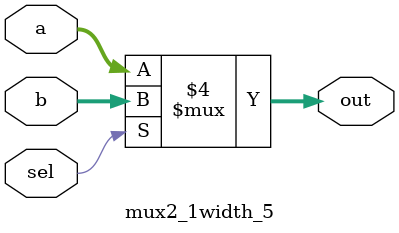
<source format=v>
`timescale 1ns / 1ps


module mux2_1width_5(sel, a, b, 
    out
    );
    input sel;
    input [4:0] a, b;
    output reg[4:0] out;
    always @(sel , a, b)
       if(!sel)
           out = a;
       else
           out = b;
endmodule

</source>
